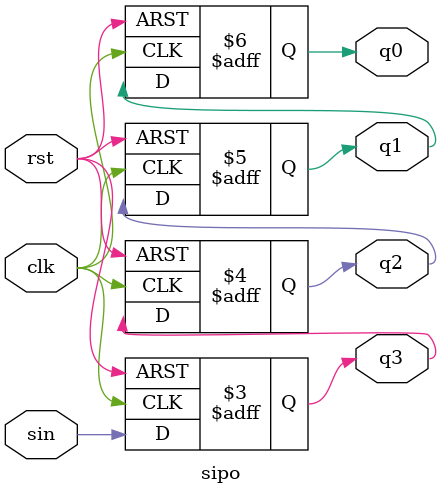
<source format=v>
module sipo (input sin,clk,rst,output reg q3,q2,q1,q0);
	always @ (posedge clk,negedge rst)
	begin
		if(!rst)
		begin
			q0<=1'b0;
			q1<=1'b0;
			q2<=1'b0;
			q3<=1'b0;
		end
		else
		begin	
			q3<=sin;
			q2<=q3;
			q1<=q2;
			q0<=q1;
		end
	end
endmodule 
</source>
